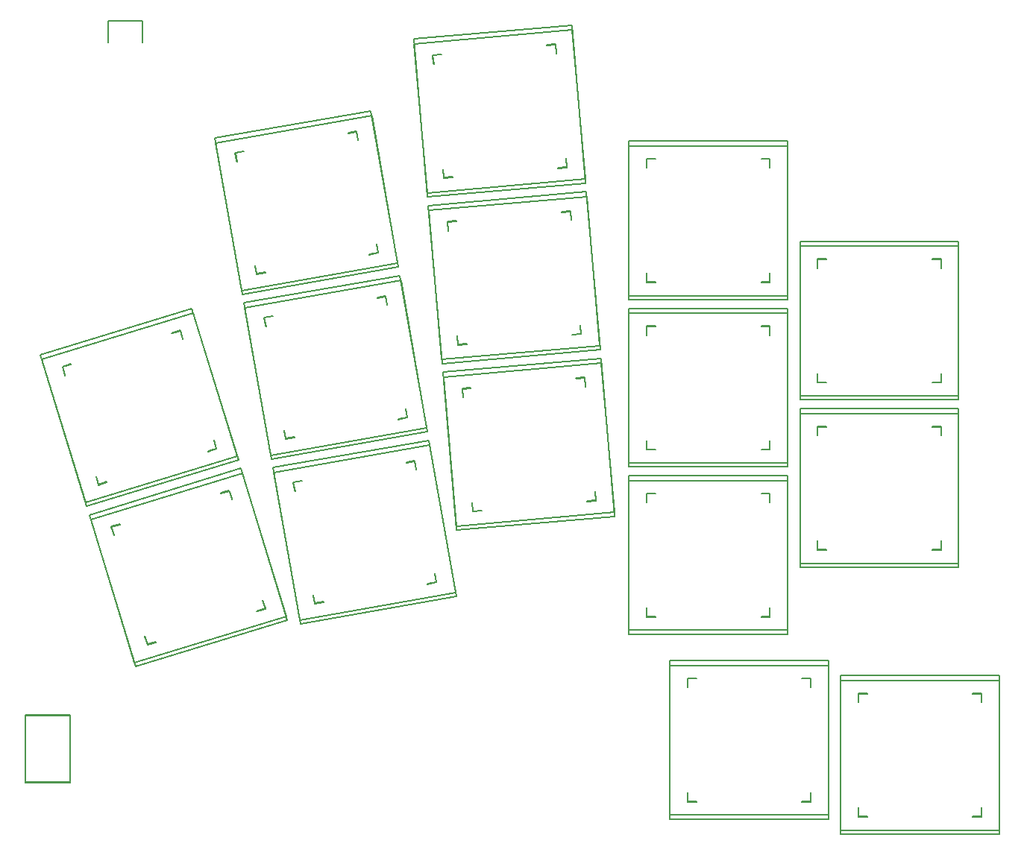
<source format=gbr>
%TF.GenerationSoftware,KiCad,Pcbnew,(6.0.4)*%
%TF.CreationDate,2022-08-11T03:07:44+02:00*%
%TF.ProjectId,wizza,77697a7a-612e-46b6-9963-61645f706362,v1.0.0*%
%TF.SameCoordinates,Original*%
%TF.FileFunction,OtherDrawing,Comment*%
%FSLAX46Y46*%
G04 Gerber Fmt 4.6, Leading zero omitted, Abs format (unit mm)*
G04 Created by KiCad (PCBNEW (6.0.4)) date 2022-08-11 03:07:44*
%MOMM*%
%LPD*%
G01*
G04 APERTURE LIST*
%ADD10C,0.150000*%
G04 APERTURE END LIST*
D10*
%TO.C,S7*%
X242635202Y-91033616D02*
X242722358Y-92029811D01*
X256587120Y-89872795D02*
X256674276Y-90868989D01*
X240865896Y-93757774D02*
X239384247Y-76822464D01*
X256587120Y-89872794D02*
X256674276Y-90868989D01*
X255678081Y-90956145D02*
X256674276Y-90868989D01*
X242727551Y-92089170D02*
X243723745Y-92002014D01*
X258797399Y-92188969D02*
X240865894Y-93757773D01*
X258835785Y-92627708D02*
X257266981Y-74696204D01*
X242727550Y-92089169D02*
X242640394Y-91092974D01*
X239335477Y-76265007D02*
X240904280Y-94196512D01*
X258797399Y-92188969D02*
X240865896Y-93757774D01*
X242503565Y-78055290D02*
X241507370Y-78142444D01*
X258835785Y-92627708D02*
X240904280Y-94196512D01*
X255454096Y-76922263D02*
X254457901Y-77009419D01*
X257315751Y-75253659D02*
X258797399Y-92188969D01*
X256581928Y-89813436D02*
X256669084Y-90809630D01*
X242727551Y-92089170D02*
X242640394Y-91092974D01*
X255454095Y-76922263D02*
X254457901Y-77009420D01*
X257266981Y-74696204D02*
X239335477Y-76265007D01*
X255448903Y-76862905D02*
X255536059Y-77859099D01*
X241594526Y-79138639D02*
X241507370Y-78142444D01*
X255678081Y-90956145D02*
X256674276Y-90868989D01*
X255454095Y-76922263D02*
X255541251Y-77918459D01*
X242503565Y-78055288D02*
X241507370Y-78142443D01*
X257315750Y-75253660D02*
X258797399Y-92188969D01*
X241594526Y-79138638D02*
X241507370Y-78142443D01*
X242727550Y-92089169D02*
X243723745Y-92002013D01*
X240904280Y-94196512D02*
X258835785Y-92627708D01*
X241502178Y-78083085D02*
X241589333Y-79079280D01*
X257266981Y-74696204D02*
X258835785Y-92627708D01*
X256669084Y-90809630D02*
X255672889Y-90896786D01*
X239384247Y-76822463D02*
X257315751Y-75253659D01*
X242498372Y-77995929D02*
X241502178Y-78083085D01*
X242722358Y-92029811D02*
X243718553Y-91942655D01*
X240904280Y-94196512D02*
X239335477Y-76265007D01*
X255454096Y-76922263D02*
X255541251Y-77918458D01*
X239335477Y-76265007D02*
X257266981Y-74696204D01*
X254452709Y-76950060D02*
X255448903Y-76862905D01*
X239384247Y-76822464D02*
X257315750Y-75253660D01*
X240865894Y-93757773D02*
X239384247Y-76822463D01*
%TO.C,S8*%
X239209937Y-74830075D02*
X237728288Y-57894765D01*
X254931161Y-70945096D02*
X255018317Y-71941290D01*
X240979243Y-72105917D02*
X241066399Y-73102112D01*
X241071591Y-73161470D02*
X242067786Y-73074314D01*
X237728288Y-57894764D02*
X255659792Y-56325960D01*
X254022122Y-72028446D02*
X255018317Y-71941290D01*
X257141440Y-73261270D02*
X239209937Y-74830075D01*
X239938567Y-60210940D02*
X239851411Y-59214745D01*
X257141440Y-73261270D02*
X239209935Y-74830074D01*
X239846219Y-59155386D02*
X239933374Y-60151581D01*
X255659791Y-56325961D02*
X257141440Y-73261270D01*
X253798136Y-57994564D02*
X252801942Y-58081721D01*
X239248321Y-75268813D02*
X237679518Y-57337308D01*
X237679518Y-57337308D02*
X239248321Y-75268813D01*
X239938567Y-60210939D02*
X239851411Y-59214744D01*
X240847606Y-59127591D02*
X239851411Y-59214745D01*
X241071591Y-73161470D02*
X240984435Y-72165275D01*
X240842413Y-59068230D02*
X239846219Y-59155386D01*
X254931161Y-70945095D02*
X255018317Y-71941290D01*
X253792944Y-57935206D02*
X253880100Y-58931400D01*
X254022122Y-72028446D02*
X255018317Y-71941290D01*
X253798137Y-57994564D02*
X252801942Y-58081720D01*
X239248321Y-75268813D02*
X257179826Y-73700009D01*
X253798136Y-57994564D02*
X253885292Y-58990760D01*
X240847606Y-59127589D02*
X239851411Y-59214744D01*
X239209935Y-74830074D02*
X237728288Y-57894764D01*
X255013125Y-71881931D02*
X254016930Y-71969087D01*
X257179826Y-73700009D02*
X239248321Y-75268813D01*
X255659792Y-56325960D02*
X257141440Y-73261270D01*
X237728288Y-57894765D02*
X255659791Y-56325961D01*
X255611022Y-55768505D02*
X257179826Y-73700009D01*
X252796750Y-58022361D02*
X253792944Y-57935206D01*
X241066399Y-73102112D02*
X242062594Y-73014956D01*
X241071592Y-73161471D02*
X240984435Y-72165275D01*
X253798137Y-57994564D02*
X253885292Y-58990759D01*
X241071592Y-73161471D02*
X242067786Y-73074315D01*
X255611022Y-55768505D02*
X237679518Y-57337308D01*
X254925969Y-70885737D02*
X255013125Y-71881931D01*
X237679518Y-57337308D02*
X255611022Y-55768505D01*
X257179826Y-73700009D02*
X255611022Y-55768505D01*
%TO.C,S4*%
X221439161Y-104622196D02*
X218487141Y-87880465D01*
X218487141Y-87880465D02*
X236213679Y-84754797D01*
X236761963Y-99381805D02*
X236935611Y-100366613D01*
X221515638Y-105055920D02*
X218389971Y-87329380D01*
X236116510Y-84203713D02*
X239242177Y-101930252D01*
X235950804Y-100540261D02*
X236935611Y-100366613D01*
X234494191Y-86520625D02*
X234667839Y-87505432D01*
X223148303Y-102797688D02*
X222974655Y-101812880D01*
X223148303Y-102797688D02*
X224133111Y-102624040D01*
X233509383Y-86694273D02*
X234494191Y-86520625D01*
X236213679Y-84754797D02*
X239165699Y-101496528D01*
X234504537Y-86579305D02*
X234678185Y-87564112D01*
X239242177Y-101930252D02*
X221515638Y-105055920D01*
X223137957Y-102739008D02*
X224122765Y-102565360D01*
X239165699Y-101496528D02*
X221439161Y-104622196D01*
X239165699Y-101496528D02*
X221439160Y-104622196D01*
X234504536Y-86579305D02*
X233519729Y-86752954D01*
X236213680Y-84754797D02*
X239165699Y-101496528D01*
X221515638Y-105055920D02*
X239242177Y-101930252D01*
X236116510Y-84203713D02*
X218389971Y-87329380D01*
X221691690Y-88778051D02*
X220706882Y-88951699D01*
X236925266Y-100307933D02*
X235940458Y-100481581D01*
X221439160Y-104622196D02*
X218487141Y-87880464D01*
X218487141Y-87880464D02*
X236213680Y-84754797D01*
X218389971Y-87329380D02*
X221515638Y-105055920D01*
X235950804Y-100540261D02*
X236935611Y-100366613D01*
X223148304Y-102797689D02*
X222974655Y-101812880D01*
X220706882Y-88951699D02*
X220880531Y-89936507D01*
X239242177Y-101930252D02*
X236116510Y-84203713D01*
X234504536Y-86579305D02*
X234678185Y-87564113D01*
X221702036Y-88836733D02*
X220717229Y-89010380D01*
X236761963Y-99381806D02*
X236935611Y-100366613D01*
X220890877Y-89995188D02*
X220717229Y-89010380D01*
X234504537Y-86579305D02*
X233519729Y-86752953D01*
X218389971Y-87329380D02*
X236116510Y-84203713D01*
X236751617Y-99323126D02*
X236925266Y-100307933D01*
X220890877Y-89995187D02*
X220717228Y-89010379D01*
X222964309Y-101754200D02*
X223137957Y-102739008D01*
X221702036Y-88836731D02*
X220717228Y-89010379D01*
X223148304Y-102797689D02*
X224133111Y-102624041D01*
%TO.C,MCU1*%
X193548000Y-134182523D02*
X198628000Y-134182523D01*
X198628000Y-134182523D02*
X198628000Y-141802523D01*
X198628000Y-134144000D02*
X198628000Y-141764000D01*
X193548000Y-134144000D02*
X198628000Y-134144000D01*
X193548000Y-141764000D02*
X193548000Y-134144000D01*
X198628000Y-141802523D02*
X193548000Y-141802523D01*
X198628000Y-141764000D02*
X193548000Y-141764000D01*
%TO.C,S1*%
X218219322Y-106659351D02*
X223189641Y-122916531D01*
X205976157Y-128179223D02*
X201005837Y-111922042D01*
X207450209Y-126160022D02*
X208406512Y-125867651D01*
X201005836Y-111922041D02*
X218219322Y-106659351D01*
X216745270Y-108678551D02*
X215788965Y-108970923D01*
X219882169Y-122359189D02*
X220838474Y-122066818D01*
X223189641Y-122916531D02*
X205976155Y-128179222D01*
X204295888Y-112422402D02*
X203339584Y-112714773D01*
X200842231Y-111386907D02*
X206104921Y-128600393D01*
X204313309Y-112479385D02*
X203357004Y-112771756D01*
X207450207Y-126160022D02*
X207157836Y-125203717D01*
X207450209Y-126160022D02*
X207157836Y-125203717D01*
X223318407Y-123337702D02*
X206104921Y-128600393D01*
X215771545Y-108913941D02*
X216727850Y-108621569D01*
X216745269Y-108678551D02*
X217037642Y-109634857D01*
X204313308Y-112479383D02*
X203357004Y-112771755D01*
X218055716Y-106124216D02*
X223318407Y-123337702D01*
X220821054Y-122009836D02*
X219864749Y-122302208D01*
X206104921Y-128600393D02*
X223318407Y-123337702D01*
X203649375Y-113728060D02*
X203357004Y-112771755D01*
X223189641Y-122916531D02*
X205976157Y-128179223D01*
X203649376Y-113728061D02*
X203357004Y-112771756D01*
X206104921Y-128600393D02*
X200842231Y-111386907D01*
X207140416Y-125146735D02*
X207432787Y-126103040D01*
X203339584Y-112714773D02*
X203631955Y-113671078D01*
X218055716Y-106124216D02*
X200842231Y-111386907D01*
X216727850Y-108621569D02*
X217020222Y-109577874D01*
X220546103Y-121110514D02*
X220838474Y-122066818D01*
X205976155Y-128179222D02*
X201005836Y-111922041D01*
X200842231Y-111386907D02*
X218055716Y-106124216D01*
X216745269Y-108678551D02*
X215788966Y-108970924D01*
X223318407Y-123337702D02*
X218055716Y-106124216D01*
X220546102Y-121110513D02*
X220838474Y-122066818D01*
X220528682Y-121053531D02*
X220821054Y-122009836D01*
X207450207Y-126160022D02*
X208406512Y-125867650D01*
X216745270Y-108678551D02*
X217037642Y-109634856D01*
X207432787Y-126103040D02*
X208389092Y-125810668D01*
X201005837Y-111922042D02*
X218219321Y-106659351D01*
X218219321Y-106659351D02*
X223189641Y-122916531D01*
X219882169Y-122359189D02*
X220838474Y-122066818D01*
%TO.C,S9*%
X277115601Y-108926781D02*
X278115601Y-108926781D01*
X278115600Y-121986366D02*
X278115600Y-122986366D01*
X264115600Y-122986366D02*
X265115600Y-122986366D01*
X264115601Y-122986367D02*
X264115600Y-121986366D01*
X278115600Y-108986366D02*
X277115600Y-108986366D01*
X262115601Y-124486367D02*
X262115600Y-107486367D01*
X264115601Y-108926781D02*
X264115601Y-109926781D01*
X280115600Y-124486366D02*
X262115600Y-124486366D01*
X262115601Y-124926781D02*
X262115601Y-106926781D01*
X264115600Y-109986367D02*
X264115600Y-108986367D01*
X277115600Y-122986366D02*
X278115600Y-122986366D01*
X280115600Y-107486366D02*
X280115600Y-124486366D01*
X262115601Y-124926781D02*
X280115601Y-124926781D01*
X280115601Y-124926781D02*
X262115601Y-124926781D01*
X262115600Y-124486366D02*
X262115600Y-107486366D01*
X278115600Y-108986366D02*
X278115600Y-109986366D01*
X262115601Y-106926781D02*
X280115601Y-106926781D01*
X280115599Y-107486366D02*
X280115600Y-124486366D01*
X265115600Y-108986366D02*
X264115600Y-108986366D01*
X264115601Y-121926781D02*
X264115601Y-122926781D01*
X262115600Y-107486366D02*
X280115600Y-107486366D01*
X280115601Y-106926781D02*
X262115601Y-106926781D01*
X264115600Y-122986366D02*
X264115600Y-121986366D01*
X280115600Y-124486366D02*
X262115601Y-124486367D01*
X278115601Y-122926781D02*
X277115601Y-122926781D01*
X265115600Y-108986368D02*
X264115600Y-108986367D01*
X278115599Y-108986366D02*
X277115600Y-108986367D01*
X278115600Y-121986367D02*
X278115600Y-122986366D01*
X278115601Y-121926781D02*
X278115601Y-122926781D01*
X264115600Y-109986366D02*
X264115600Y-108986366D01*
X278115599Y-108986366D02*
X278115600Y-109986367D01*
X262115600Y-107486367D02*
X280115599Y-107486366D01*
X262115601Y-106926781D02*
X262115601Y-124926781D01*
X264115601Y-122986367D02*
X265115600Y-122986367D01*
X280115601Y-124926781D02*
X280115601Y-106926781D01*
X264115601Y-122926781D02*
X265115601Y-122926781D01*
X277115600Y-122986366D02*
X278115600Y-122986366D01*
X265115601Y-108926781D02*
X264115601Y-108926781D01*
X278115601Y-108926781D02*
X278115601Y-109926781D01*
X280115601Y-106926781D02*
X280115601Y-124926781D01*
%TO.C,S12*%
X283515601Y-115326781D02*
X284515601Y-115326781D01*
X297515600Y-101386366D02*
X296515600Y-101386366D01*
X281515601Y-117326781D02*
X299515601Y-117326781D01*
X297515600Y-114386366D02*
X297515600Y-115386366D01*
X281515601Y-117326781D02*
X281515601Y-99326781D01*
X299515600Y-116886366D02*
X281515601Y-116886367D01*
X284515601Y-101326781D02*
X283515601Y-101326781D01*
X297515601Y-101326781D02*
X297515601Y-102326781D01*
X299515601Y-99326781D02*
X281515601Y-99326781D01*
X299515601Y-117326781D02*
X299515601Y-99326781D01*
X299515600Y-116886366D02*
X281515600Y-116886366D01*
X296515600Y-115386366D02*
X297515600Y-115386366D01*
X281515600Y-116886366D02*
X281515600Y-99886366D01*
X297515601Y-114326781D02*
X297515601Y-115326781D01*
X284515600Y-101386366D02*
X283515600Y-101386366D01*
X283515600Y-102386367D02*
X283515600Y-101386367D01*
X283515601Y-114326781D02*
X283515601Y-115326781D01*
X283515600Y-115386366D02*
X284515600Y-115386366D01*
X281515601Y-99326781D02*
X281515601Y-117326781D01*
X283515600Y-102386366D02*
X283515600Y-101386366D01*
X297515599Y-101386366D02*
X297515600Y-102386367D01*
X283515601Y-115386367D02*
X283515600Y-114386366D01*
X299515601Y-99326781D02*
X299515601Y-117326781D01*
X297515599Y-101386366D02*
X296515600Y-101386367D01*
X296515600Y-115386366D02*
X297515600Y-115386366D01*
X297515600Y-114386367D02*
X297515600Y-115386366D01*
X296515601Y-101326781D02*
X297515601Y-101326781D01*
X281515600Y-99886366D02*
X299515600Y-99886366D01*
X299515599Y-99886366D02*
X299515600Y-116886366D01*
X281515601Y-116886367D02*
X281515600Y-99886367D01*
X281515600Y-99886367D02*
X299515599Y-99886366D01*
X299515600Y-99886366D02*
X299515600Y-116886366D01*
X284515600Y-101386368D02*
X283515600Y-101386367D01*
X297515601Y-115326781D02*
X296515601Y-115326781D01*
X299515601Y-117326781D02*
X281515601Y-117326781D01*
X283515600Y-115386366D02*
X283515600Y-114386366D01*
X283515601Y-101326781D02*
X283515601Y-102326781D01*
X281515601Y-99326781D02*
X299515601Y-99326781D01*
X283515601Y-115386367D02*
X284515600Y-115386367D01*
X297515600Y-101386366D02*
X297515600Y-102386366D01*
%TO.C,S14*%
X282740601Y-143926781D02*
X281740601Y-143926781D01*
X268740601Y-143986367D02*
X269740600Y-143986367D01*
X282740600Y-129986366D02*
X282740600Y-130986366D01*
X281740601Y-129926781D02*
X282740601Y-129926781D01*
X282740599Y-129986366D02*
X281740600Y-129986367D01*
X284740600Y-145486366D02*
X266740600Y-145486366D01*
X284740601Y-127926781D02*
X284740601Y-145926781D01*
X266740601Y-145926781D02*
X266740601Y-127926781D01*
X269740600Y-129986366D02*
X268740600Y-129986366D01*
X282740599Y-129986366D02*
X282740600Y-130986367D01*
X266740600Y-145486366D02*
X266740600Y-128486366D01*
X281740600Y-143986366D02*
X282740600Y-143986366D01*
X268740601Y-143926781D02*
X269740601Y-143926781D01*
X266740601Y-127926781D02*
X284740601Y-127926781D01*
X268740601Y-142926781D02*
X268740601Y-143926781D01*
X281740600Y-143986366D02*
X282740600Y-143986366D01*
X269740600Y-129986368D02*
X268740600Y-129986367D01*
X266740601Y-127926781D02*
X266740601Y-145926781D01*
X284740601Y-127926781D02*
X266740601Y-127926781D01*
X284740601Y-145926781D02*
X266740601Y-145926781D01*
X268740601Y-143986367D02*
X268740600Y-142986366D01*
X268740600Y-143986366D02*
X269740600Y-143986366D01*
X282740600Y-129986366D02*
X281740600Y-129986366D01*
X284740600Y-128486366D02*
X284740600Y-145486366D01*
X266740601Y-145486367D02*
X266740600Y-128486367D01*
X284740599Y-128486366D02*
X284740600Y-145486366D01*
X284740600Y-145486366D02*
X266740601Y-145486367D01*
X284740601Y-145926781D02*
X284740601Y-127926781D01*
X266740601Y-145926781D02*
X284740601Y-145926781D01*
X266740600Y-128486366D02*
X284740600Y-128486366D01*
X282740600Y-142986367D02*
X282740600Y-143986366D01*
X266740600Y-128486367D02*
X284740599Y-128486366D01*
X268740601Y-129926781D02*
X268740601Y-130926781D01*
X282740601Y-142926781D02*
X282740601Y-143926781D01*
X269740601Y-129926781D02*
X268740601Y-129926781D01*
X268740600Y-130986366D02*
X268740600Y-129986366D01*
X268740600Y-130986367D02*
X268740600Y-129986367D01*
X282740601Y-129926781D02*
X282740601Y-130926781D01*
X282740600Y-142986366D02*
X282740600Y-143986366D01*
X268740600Y-143986366D02*
X268740600Y-142986366D01*
%TO.C,S3*%
X242541493Y-120641599D02*
X224814954Y-123767267D01*
X242541493Y-120641599D02*
X239415826Y-102915060D01*
X224814954Y-123767267D02*
X221689287Y-106040727D01*
X226447620Y-121509036D02*
X226273971Y-120524227D01*
X240050933Y-118034473D02*
X240224582Y-119019280D01*
X236808699Y-105405620D02*
X237793507Y-105231972D01*
X239415826Y-102915060D02*
X221689287Y-106040727D01*
X225001352Y-107548078D02*
X224016544Y-107721726D01*
X240061279Y-118093152D02*
X240234927Y-119077960D01*
X239250120Y-119251608D02*
X240234927Y-119077960D01*
X237803853Y-105290652D02*
X236819045Y-105464300D01*
X239250120Y-119251608D02*
X240234927Y-119077960D01*
X224190193Y-108706535D02*
X224016545Y-107721727D01*
X224738476Y-123333543D02*
X221786457Y-106591811D01*
X237803852Y-105290652D02*
X236819045Y-105464301D01*
X224738477Y-123333543D02*
X221786457Y-106591812D01*
X221689287Y-106040727D02*
X224814954Y-123767267D01*
X239512995Y-103466144D02*
X242465015Y-120207875D01*
X240224582Y-119019280D02*
X239239774Y-119192928D01*
X224190193Y-108706534D02*
X224016544Y-107721726D01*
X237803852Y-105290652D02*
X237977501Y-106275460D01*
X225001352Y-107548080D02*
X224016545Y-107721727D01*
X226437273Y-121450355D02*
X227422081Y-121276707D01*
X237793507Y-105231972D02*
X237967155Y-106216779D01*
X242465015Y-120207875D02*
X224738476Y-123333543D01*
X221786457Y-106591812D02*
X239512995Y-103466144D01*
X226447620Y-121509036D02*
X227432427Y-121335388D01*
X242465015Y-120207875D02*
X224738477Y-123333543D01*
X221786457Y-106591811D02*
X239512996Y-103466144D01*
X226263625Y-120465547D02*
X226437273Y-121450355D01*
X224991006Y-107489398D02*
X224006198Y-107663046D01*
X226447619Y-121509035D02*
X226273971Y-120524227D01*
X240061279Y-118093153D02*
X240234927Y-119077960D01*
X224006198Y-107663046D02*
X224179847Y-108647854D01*
X237803853Y-105290652D02*
X237977501Y-106275459D01*
X239415826Y-102915060D02*
X242541493Y-120641599D01*
X221689287Y-106040727D02*
X239415826Y-102915060D01*
X239512996Y-103466144D02*
X242465015Y-120207875D01*
X226447619Y-121509035D02*
X227432427Y-121335387D01*
X224814954Y-123767267D02*
X242541493Y-120641599D01*
%TO.C,T2*%
X206900615Y-55256416D02*
X206900615Y-57756416D01*
X203000615Y-55256416D02*
X206900615Y-55256416D01*
X203000615Y-57756416D02*
X203000615Y-55256416D01*
%TO.C,S6*%
X258971711Y-94181358D02*
X260453359Y-111116668D01*
X242521856Y-112685473D02*
X241040207Y-95750163D01*
X240991437Y-95192706D02*
X258922941Y-93623903D01*
X244383510Y-111016868D02*
X245379705Y-110929712D01*
X260491745Y-111555407D02*
X258922941Y-93623903D01*
X257110055Y-95849962D02*
X257197211Y-96846158D01*
X258243080Y-108800494D02*
X258330236Y-109796688D01*
X260453359Y-111116668D02*
X242521856Y-112685473D01*
X242560240Y-113124211D02*
X240991437Y-95192706D01*
X258325044Y-109737329D02*
X257328849Y-109824485D01*
X258922941Y-93623903D02*
X240991437Y-95192706D01*
X257110056Y-95849962D02*
X256113861Y-95937118D01*
X244159525Y-96982987D02*
X243163330Y-97070142D01*
X258922941Y-93623903D02*
X260491745Y-111555407D01*
X243250486Y-98066338D02*
X243163330Y-97070143D01*
X257334041Y-109883844D02*
X258330236Y-109796688D01*
X244383511Y-111016869D02*
X244296354Y-110020673D01*
X241040207Y-95750162D02*
X258971711Y-94181358D01*
X241040207Y-95750163D02*
X258971710Y-94181359D01*
X257104863Y-95790604D02*
X257192019Y-96786798D01*
X258237888Y-108741135D02*
X258325044Y-109737329D01*
X257334041Y-109883844D02*
X258330236Y-109796688D01*
X244159525Y-96982989D02*
X243163330Y-97070143D01*
X257110055Y-95849962D02*
X256113861Y-95937119D01*
X244154332Y-96923628D02*
X243158138Y-97010784D01*
X260453359Y-111116668D02*
X242521854Y-112685472D01*
X240991437Y-95192706D02*
X242560240Y-113124211D01*
X242560240Y-113124211D02*
X260491745Y-111555407D01*
X244378318Y-110957510D02*
X245374513Y-110870354D01*
X256108669Y-95877759D02*
X257104863Y-95790604D01*
X257110056Y-95849962D02*
X257197211Y-96846157D01*
X244291162Y-109961315D02*
X244378318Y-110957510D01*
X244383511Y-111016869D02*
X245379705Y-110929713D01*
X244383510Y-111016868D02*
X244296354Y-110020673D01*
X258243080Y-108800493D02*
X258330236Y-109796688D01*
X243158138Y-97010784D02*
X243245293Y-98006979D01*
X242521854Y-112685472D02*
X241040207Y-95750162D01*
X260491745Y-111555407D02*
X242560240Y-113124211D01*
X243250486Y-98066337D02*
X243163330Y-97070142D01*
X258971710Y-94181359D02*
X260453359Y-111116668D01*
%TO.C,S15*%
X304140600Y-147196366D02*
X286140601Y-147196367D01*
X304140601Y-129636781D02*
X286140601Y-129636781D01*
X302140601Y-144636781D02*
X302140601Y-145636781D01*
X302140599Y-131696366D02*
X301140600Y-131696367D01*
X302140600Y-144696366D02*
X302140600Y-145696366D01*
X288140601Y-145636781D02*
X289140601Y-145636781D01*
X301140600Y-145696366D02*
X302140600Y-145696366D01*
X302140601Y-145636781D02*
X301140601Y-145636781D01*
X286140601Y-147636781D02*
X286140601Y-129636781D01*
X304140601Y-147636781D02*
X304140601Y-129636781D01*
X289140601Y-131636781D02*
X288140601Y-131636781D01*
X288140600Y-145696366D02*
X289140600Y-145696366D01*
X286140600Y-147196366D02*
X286140600Y-130196366D01*
X304140600Y-147196366D02*
X286140600Y-147196366D01*
X304140600Y-130196366D02*
X304140600Y-147196366D01*
X286140600Y-130196366D02*
X304140600Y-130196366D01*
X288140601Y-144636781D02*
X288140601Y-145636781D01*
X288140600Y-132696367D02*
X288140600Y-131696367D01*
X302140599Y-131696366D02*
X302140600Y-132696367D01*
X304140601Y-147636781D02*
X286140601Y-147636781D01*
X302140600Y-131696366D02*
X302140600Y-132696366D01*
X286140601Y-129636781D02*
X286140601Y-147636781D01*
X286140601Y-147636781D02*
X304140601Y-147636781D01*
X301140601Y-131636781D02*
X302140601Y-131636781D01*
X302140601Y-131636781D02*
X302140601Y-132636781D01*
X288140600Y-145696366D02*
X288140600Y-144696366D01*
X289140600Y-131696366D02*
X288140600Y-131696366D01*
X286140601Y-147196367D02*
X286140600Y-130196367D01*
X302140600Y-144696367D02*
X302140600Y-145696366D01*
X288140600Y-132696366D02*
X288140600Y-131696366D01*
X304140599Y-130196366D02*
X304140600Y-147196366D01*
X288140601Y-145696367D02*
X289140600Y-145696367D01*
X304140601Y-129636781D02*
X304140601Y-147636781D01*
X288140601Y-145696367D02*
X288140600Y-144696366D01*
X302140600Y-131696366D02*
X301140600Y-131696366D01*
X286140600Y-130196367D02*
X304140599Y-130196366D01*
X301140600Y-145696366D02*
X302140600Y-145696366D01*
X288140601Y-131636781D02*
X288140601Y-132636781D01*
X286140601Y-129636781D02*
X304140601Y-129636781D01*
X289140600Y-131696368D02*
X288140600Y-131696367D01*
%TO.C,S11*%
X278115601Y-83926781D02*
X278115601Y-84926781D01*
X278115601Y-84926781D02*
X277115601Y-84926781D01*
X264115601Y-84986367D02*
X265115600Y-84986367D01*
X278115600Y-70986366D02*
X277115600Y-70986366D01*
X280115600Y-86486366D02*
X262115601Y-86486367D01*
X265115600Y-70986366D02*
X264115600Y-70986366D01*
X264115601Y-84986367D02*
X264115600Y-83986366D01*
X280115600Y-69486366D02*
X280115600Y-86486366D01*
X278115599Y-70986366D02*
X277115600Y-70986367D01*
X265115600Y-70986368D02*
X264115600Y-70986367D01*
X278115599Y-70986366D02*
X278115600Y-71986367D01*
X265115601Y-70926781D02*
X264115601Y-70926781D01*
X262115601Y-86486367D02*
X262115600Y-69486367D01*
X264115600Y-84986366D02*
X265115600Y-84986366D01*
X280115601Y-86926781D02*
X280115601Y-68926781D01*
X278115600Y-83986367D02*
X278115600Y-84986366D01*
X262115601Y-68926781D02*
X262115601Y-86926781D01*
X262115600Y-69486367D02*
X280115599Y-69486366D01*
X264115600Y-84986366D02*
X264115600Y-83986366D01*
X278115600Y-70986366D02*
X278115600Y-71986366D01*
X264115601Y-70926781D02*
X264115601Y-71926781D01*
X278115600Y-83986366D02*
X278115600Y-84986366D01*
X264115600Y-71986367D02*
X264115600Y-70986367D01*
X262115601Y-68926781D02*
X280115601Y-68926781D01*
X264115601Y-84926781D02*
X265115601Y-84926781D01*
X280115599Y-69486366D02*
X280115600Y-86486366D01*
X280115601Y-86926781D02*
X262115601Y-86926781D01*
X262115600Y-69486366D02*
X280115600Y-69486366D01*
X262115601Y-86926781D02*
X262115601Y-68926781D01*
X277115600Y-84986366D02*
X278115600Y-84986366D01*
X280115600Y-86486366D02*
X262115600Y-86486366D01*
X264115600Y-71986366D02*
X264115600Y-70986366D01*
X280115601Y-68926781D02*
X262115601Y-68926781D01*
X277115601Y-70926781D02*
X278115601Y-70926781D01*
X264115601Y-83926781D02*
X264115601Y-84926781D01*
X262115601Y-86926781D02*
X280115601Y-86926781D01*
X280115601Y-68926781D02*
X280115601Y-86926781D01*
X277115600Y-84986366D02*
X278115600Y-84986366D01*
X278115601Y-70926781D02*
X278115601Y-71926781D01*
X262115600Y-86486366D02*
X262115600Y-69486366D01*
%TO.C,S2*%
X195287168Y-93217116D02*
X200549858Y-110430602D01*
X201895144Y-107990231D02*
X201602773Y-107033926D01*
X200421094Y-110009432D02*
X195450774Y-93752251D01*
X201877724Y-107933249D02*
X202834029Y-107640877D01*
X217634578Y-104746740D02*
X200421092Y-110009431D01*
X195450774Y-93752251D02*
X212664258Y-88489560D01*
X217634578Y-104746740D02*
X200421094Y-110009432D01*
X198758246Y-94309594D02*
X197801941Y-94601965D01*
X211190207Y-90508760D02*
X211482579Y-91465065D01*
X217763344Y-105167911D02*
X212500653Y-87954425D01*
X198094313Y-95558270D02*
X197801941Y-94601965D01*
X200549858Y-110430602D02*
X195287168Y-93217116D01*
X214991039Y-102940722D02*
X215283411Y-103897027D01*
X212664259Y-88489560D02*
X217634578Y-104746740D01*
X201585353Y-106976944D02*
X201877724Y-107933249D01*
X214327106Y-104189398D02*
X215283411Y-103897027D01*
X195450773Y-93752250D02*
X212664259Y-88489560D01*
X212664258Y-88489560D02*
X217634578Y-104746740D01*
X217763344Y-105167911D02*
X200549858Y-110430602D01*
X214973619Y-102883740D02*
X215265991Y-103840045D01*
X212500653Y-87954425D02*
X195287168Y-93217116D01*
X214991040Y-102940723D02*
X215283411Y-103897027D01*
X211190207Y-90508760D02*
X210233902Y-90801132D01*
X211172787Y-90451778D02*
X211465159Y-91408083D01*
X201895146Y-107990231D02*
X202851449Y-107697860D01*
X210216482Y-90744150D02*
X211172787Y-90451778D01*
X214327106Y-104189398D02*
X215283411Y-103897027D01*
X200549858Y-110430602D02*
X217763344Y-105167911D01*
X200421092Y-110009431D02*
X195450773Y-93752250D01*
X211190206Y-90508760D02*
X211482579Y-91465066D01*
X198740825Y-94252611D02*
X197784521Y-94544982D01*
X198758245Y-94309592D02*
X197801941Y-94601964D01*
X198094312Y-95558269D02*
X197801941Y-94601964D01*
X215265991Y-103840045D02*
X214309686Y-104132417D01*
X212500653Y-87954425D02*
X217763344Y-105167911D01*
X195287168Y-93217116D02*
X212500653Y-87954425D01*
X197784521Y-94544982D02*
X198076892Y-95501287D01*
X201895146Y-107990231D02*
X201602773Y-107033926D01*
X201895144Y-107990231D02*
X202851449Y-107697859D01*
X211190206Y-90508760D02*
X210233903Y-90801133D01*
%TO.C,S13*%
X296515601Y-82326781D02*
X297515601Y-82326781D01*
X284515601Y-82326781D02*
X283515601Y-82326781D01*
X299515601Y-80326781D02*
X281515601Y-80326781D01*
X281515600Y-80886366D02*
X299515600Y-80886366D01*
X283515600Y-83386366D02*
X283515600Y-82386366D01*
X299515599Y-80886366D02*
X299515600Y-97886366D01*
X297515601Y-82326781D02*
X297515601Y-83326781D01*
X283515601Y-96386367D02*
X283515600Y-95386366D01*
X297515600Y-95386367D02*
X297515600Y-96386366D01*
X283515600Y-83386367D02*
X283515600Y-82386367D01*
X283515601Y-96386367D02*
X284515600Y-96386367D01*
X296515600Y-96386366D02*
X297515600Y-96386366D01*
X299515600Y-97886366D02*
X281515600Y-97886366D01*
X299515601Y-98326781D02*
X299515601Y-80326781D01*
X297515599Y-82386366D02*
X296515600Y-82386367D01*
X281515601Y-80326781D02*
X281515601Y-98326781D01*
X296515600Y-96386366D02*
X297515600Y-96386366D01*
X283515600Y-96386366D02*
X283515600Y-95386366D01*
X299515601Y-98326781D02*
X281515601Y-98326781D01*
X281515601Y-98326781D02*
X281515601Y-80326781D01*
X281515601Y-98326781D02*
X299515601Y-98326781D01*
X284515600Y-82386368D02*
X283515600Y-82386367D01*
X281515600Y-97886366D02*
X281515600Y-80886366D01*
X297515601Y-96326781D02*
X296515601Y-96326781D01*
X297515600Y-82386366D02*
X297515600Y-83386366D01*
X299515601Y-80326781D02*
X299515601Y-98326781D01*
X297515600Y-82386366D02*
X296515600Y-82386366D01*
X284515600Y-82386366D02*
X283515600Y-82386366D01*
X297515600Y-95386366D02*
X297515600Y-96386366D01*
X299515600Y-80886366D02*
X299515600Y-97886366D01*
X297515601Y-95326781D02*
X297515601Y-96326781D01*
X283515601Y-96326781D02*
X284515601Y-96326781D01*
X283515601Y-95326781D02*
X283515601Y-96326781D01*
X283515601Y-82326781D02*
X283515601Y-83326781D01*
X281515601Y-97886367D02*
X281515600Y-80886367D01*
X281515601Y-80326781D02*
X299515601Y-80326781D01*
X283515600Y-96386366D02*
X284515600Y-96386366D01*
X297515599Y-82386366D02*
X297515600Y-83386367D01*
X281515600Y-80886367D02*
X299515599Y-80886366D01*
X299515600Y-97886366D02*
X281515601Y-97886367D01*
%TO.C,S5*%
X232817195Y-65492366D02*
X235942862Y-83218905D01*
X218402721Y-70125384D02*
X217417913Y-70299032D01*
X219848988Y-84086341D02*
X220833796Y-83912693D01*
X219848988Y-84086341D02*
X219675340Y-83101533D01*
X233625951Y-81596586D02*
X232641143Y-81770234D01*
X219848989Y-84086342D02*
X219675340Y-83101533D01*
X217591562Y-71283840D02*
X217417913Y-70299032D01*
X215187826Y-69169118D02*
X232914364Y-66043450D01*
X218392375Y-70066704D02*
X217407567Y-70240352D01*
X218139846Y-85910849D02*
X215187826Y-69169118D01*
X232914365Y-66043450D02*
X235866384Y-82785181D01*
X232817195Y-65492366D02*
X215090656Y-68618033D01*
X232651489Y-81828914D02*
X233636296Y-81655266D01*
X231205222Y-67867958D02*
X230220414Y-68041606D01*
X233462648Y-80670458D02*
X233636296Y-81655266D01*
X218216323Y-86344573D02*
X215090656Y-68618033D01*
X215090656Y-68618033D02*
X218216323Y-86344573D01*
X231194876Y-67809278D02*
X231368524Y-68794085D01*
X235942862Y-83218905D02*
X218216323Y-86344573D01*
X230210068Y-67982926D02*
X231194876Y-67809278D01*
X219664994Y-83042853D02*
X219838642Y-84027661D01*
X215187826Y-69169117D02*
X232914365Y-66043450D01*
X232914364Y-66043450D02*
X235866384Y-82785181D01*
X235942862Y-83218905D02*
X232817195Y-65492366D01*
X219838642Y-84027661D02*
X220823450Y-83854013D01*
X218216323Y-86344573D02*
X235942862Y-83218905D01*
X233452302Y-80611779D02*
X233625951Y-81596586D01*
X233462648Y-80670459D02*
X233636296Y-81655266D01*
X215090656Y-68618033D02*
X232817195Y-65492366D01*
X235866384Y-82785181D02*
X218139845Y-85910849D01*
X217591562Y-71283841D02*
X217417914Y-70299033D01*
X217407567Y-70240352D02*
X217581216Y-71225160D01*
X232651489Y-81828914D02*
X233636296Y-81655266D01*
X231205221Y-67867958D02*
X230220414Y-68041607D01*
X218402721Y-70125386D02*
X217417914Y-70299033D01*
X231205222Y-67867958D02*
X231378870Y-68852765D01*
X218139845Y-85910849D02*
X215187826Y-69169117D01*
X231205221Y-67867958D02*
X231378870Y-68852766D01*
X219848989Y-84086342D02*
X220833796Y-83912694D01*
X235866384Y-82785181D02*
X218139846Y-85910849D01*
%TO.C,S10*%
X262115601Y-87926781D02*
X280115601Y-87926781D01*
X277115601Y-89926781D02*
X278115601Y-89926781D01*
X265115601Y-89926781D02*
X264115601Y-89926781D01*
X280115599Y-88486366D02*
X280115600Y-105486366D01*
X264115601Y-103986367D02*
X265115600Y-103986367D01*
X262115601Y-105926781D02*
X280115601Y-105926781D01*
X264115601Y-102926781D02*
X264115601Y-103926781D01*
X262115601Y-87926781D02*
X262115601Y-105926781D01*
X262115600Y-105486366D02*
X262115600Y-88486366D01*
X278115600Y-89986366D02*
X277115600Y-89986366D01*
X264115600Y-90986366D02*
X264115600Y-89986366D01*
X264115601Y-103926781D02*
X265115601Y-103926781D01*
X278115601Y-103926781D02*
X277115601Y-103926781D01*
X280115600Y-105486366D02*
X262115600Y-105486366D01*
X262115600Y-88486366D02*
X280115600Y-88486366D01*
X264115600Y-103986366D02*
X264115600Y-102986366D01*
X278115600Y-102986366D02*
X278115600Y-103986366D01*
X278115600Y-89986366D02*
X278115600Y-90986366D01*
X264115601Y-89926781D02*
X264115601Y-90926781D01*
X262115600Y-88486367D02*
X280115599Y-88486366D01*
X280115601Y-105926781D02*
X262115601Y-105926781D01*
X264115600Y-90986367D02*
X264115600Y-89986367D01*
X265115600Y-89986366D02*
X264115600Y-89986366D01*
X262115601Y-105486367D02*
X262115600Y-88486367D01*
X265115600Y-89986368D02*
X264115600Y-89986367D01*
X278115599Y-89986366D02*
X278115600Y-90986367D01*
X264115600Y-103986366D02*
X265115600Y-103986366D01*
X280115600Y-105486366D02*
X262115601Y-105486367D01*
X280115601Y-87926781D02*
X280115601Y-105926781D01*
X280115600Y-88486366D02*
X280115600Y-105486366D01*
X278115600Y-102986367D02*
X278115600Y-103986366D01*
X278115601Y-102926781D02*
X278115601Y-103926781D01*
X278115599Y-89986366D02*
X277115600Y-89986367D01*
X277115600Y-103986366D02*
X278115600Y-103986366D01*
X280115601Y-105926781D02*
X280115601Y-87926781D01*
X280115601Y-87926781D02*
X262115601Y-87926781D01*
X262115601Y-105926781D02*
X262115601Y-87926781D01*
X278115601Y-89926781D02*
X278115601Y-90926781D01*
X277115600Y-103986366D02*
X278115600Y-103986366D01*
X264115601Y-103986367D02*
X264115600Y-102986366D01*
%TO.C,T1*%
X206900615Y-55256416D02*
X206900615Y-57756416D01*
X203000615Y-57756416D02*
X203000615Y-55256416D01*
X203000615Y-55256416D02*
X206900615Y-55256416D01*
%TD*%
M02*

</source>
